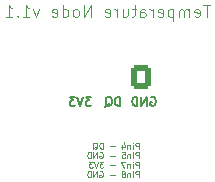
<source format=gbr>
%TF.GenerationSoftware,KiCad,Pcbnew,9.0.1*%
%TF.CreationDate,2026-01-21T10:43:00-08:00*%
%TF.ProjectId,temp_node,74656d70-5f6e-46f6-9465-2e6b69636164,rev?*%
%TF.SameCoordinates,Original*%
%TF.FileFunction,Legend,Bot*%
%TF.FilePolarity,Positive*%
%FSLAX46Y46*%
G04 Gerber Fmt 4.6, Leading zero omitted, Abs format (unit mm)*
G04 Created by KiCad (PCBNEW 9.0.1) date 2026-01-21 10:43:00*
%MOMM*%
%LPD*%
G01*
G04 APERTURE LIST*
G04 Aperture macros list*
%AMRoundRect*
0 Rectangle with rounded corners*
0 $1 Rounding radius*
0 $2 $3 $4 $5 $6 $7 $8 $9 X,Y pos of 4 corners*
0 Add a 4 corners polygon primitive as box body*
4,1,4,$2,$3,$4,$5,$6,$7,$8,$9,$2,$3,0*
0 Add four circle primitives for the rounded corners*
1,1,$1+$1,$2,$3*
1,1,$1+$1,$4,$5*
1,1,$1+$1,$6,$7*
1,1,$1+$1,$8,$9*
0 Add four rect primitives between the rounded corners*
20,1,$1+$1,$2,$3,$4,$5,0*
20,1,$1+$1,$4,$5,$6,$7,0*
20,1,$1+$1,$6,$7,$8,$9,0*
20,1,$1+$1,$8,$9,$2,$3,0*%
G04 Aperture macros list end*
%ADD10C,0.150000*%
%ADD11C,0.100000*%
%ADD12C,2.360000*%
%ADD13RoundRect,0.102000X-0.704000X0.704000X-0.704000X-0.704000X0.704000X-0.704000X0.704000X0.704000X0*%
%ADD14C,1.612000*%
%ADD15C,2.200000*%
%ADD16RoundRect,0.250000X0.600000X0.725000X-0.600000X0.725000X-0.600000X-0.725000X0.600000X-0.725000X0*%
%ADD17O,1.700000X1.950000*%
%ADD18RoundRect,0.102000X0.704000X-0.704000X0.704000X0.704000X-0.704000X0.704000X-0.704000X-0.704000X0*%
G04 APERTURE END LIST*
D10*
X83829887Y-87186128D02*
X83901316Y-87150414D01*
X83901316Y-87150414D02*
X84008458Y-87150414D01*
X84008458Y-87150414D02*
X84115601Y-87186128D01*
X84115601Y-87186128D02*
X84187030Y-87257557D01*
X84187030Y-87257557D02*
X84222744Y-87328985D01*
X84222744Y-87328985D02*
X84258458Y-87471842D01*
X84258458Y-87471842D02*
X84258458Y-87578985D01*
X84258458Y-87578985D02*
X84222744Y-87721842D01*
X84222744Y-87721842D02*
X84187030Y-87793271D01*
X84187030Y-87793271D02*
X84115601Y-87864700D01*
X84115601Y-87864700D02*
X84008458Y-87900414D01*
X84008458Y-87900414D02*
X83937030Y-87900414D01*
X83937030Y-87900414D02*
X83829887Y-87864700D01*
X83829887Y-87864700D02*
X83794173Y-87828985D01*
X83794173Y-87828985D02*
X83794173Y-87578985D01*
X83794173Y-87578985D02*
X83937030Y-87578985D01*
X83472744Y-87900414D02*
X83472744Y-87150414D01*
X83472744Y-87150414D02*
X83044173Y-87900414D01*
X83044173Y-87900414D02*
X83044173Y-87150414D01*
X82687030Y-87900414D02*
X82687030Y-87150414D01*
X82687030Y-87150414D02*
X82508459Y-87150414D01*
X82508459Y-87150414D02*
X82401316Y-87186128D01*
X82401316Y-87186128D02*
X82329887Y-87257557D01*
X82329887Y-87257557D02*
X82294173Y-87328985D01*
X82294173Y-87328985D02*
X82258459Y-87471842D01*
X82258459Y-87471842D02*
X82258459Y-87578985D01*
X82258459Y-87578985D02*
X82294173Y-87721842D01*
X82294173Y-87721842D02*
X82329887Y-87793271D01*
X82329887Y-87793271D02*
X82401316Y-87864700D01*
X82401316Y-87864700D02*
X82508459Y-87900414D01*
X82508459Y-87900414D02*
X82687030Y-87900414D01*
D11*
X82815163Y-91518693D02*
X82815163Y-91018693D01*
X82815163Y-91018693D02*
X82624687Y-91018693D01*
X82624687Y-91018693D02*
X82577068Y-91042503D01*
X82577068Y-91042503D02*
X82553258Y-91066312D01*
X82553258Y-91066312D02*
X82529449Y-91113931D01*
X82529449Y-91113931D02*
X82529449Y-91185360D01*
X82529449Y-91185360D02*
X82553258Y-91232979D01*
X82553258Y-91232979D02*
X82577068Y-91256788D01*
X82577068Y-91256788D02*
X82624687Y-91280598D01*
X82624687Y-91280598D02*
X82815163Y-91280598D01*
X82315163Y-91518693D02*
X82315163Y-91185360D01*
X82315163Y-91018693D02*
X82338972Y-91042503D01*
X82338972Y-91042503D02*
X82315163Y-91066312D01*
X82315163Y-91066312D02*
X82291353Y-91042503D01*
X82291353Y-91042503D02*
X82315163Y-91018693D01*
X82315163Y-91018693D02*
X82315163Y-91066312D01*
X82077068Y-91185360D02*
X82077068Y-91518693D01*
X82077068Y-91232979D02*
X82053258Y-91209169D01*
X82053258Y-91209169D02*
X82005639Y-91185360D01*
X82005639Y-91185360D02*
X81934211Y-91185360D01*
X81934211Y-91185360D02*
X81886592Y-91209169D01*
X81886592Y-91209169D02*
X81862782Y-91256788D01*
X81862782Y-91256788D02*
X81862782Y-91518693D01*
X81410401Y-91185360D02*
X81410401Y-91518693D01*
X81529449Y-90994884D02*
X81648496Y-91352026D01*
X81648496Y-91352026D02*
X81338973Y-91352026D01*
X80767545Y-91328217D02*
X80386593Y-91328217D01*
X79767545Y-91518693D02*
X79767545Y-91018693D01*
X79767545Y-91018693D02*
X79648497Y-91018693D01*
X79648497Y-91018693D02*
X79577069Y-91042503D01*
X79577069Y-91042503D02*
X79529450Y-91090122D01*
X79529450Y-91090122D02*
X79505640Y-91137741D01*
X79505640Y-91137741D02*
X79481831Y-91232979D01*
X79481831Y-91232979D02*
X79481831Y-91304407D01*
X79481831Y-91304407D02*
X79505640Y-91399645D01*
X79505640Y-91399645D02*
X79529450Y-91447264D01*
X79529450Y-91447264D02*
X79577069Y-91494884D01*
X79577069Y-91494884D02*
X79648497Y-91518693D01*
X79648497Y-91518693D02*
X79767545Y-91518693D01*
X78934212Y-91566312D02*
X78981831Y-91542503D01*
X78981831Y-91542503D02*
X79029450Y-91494884D01*
X79029450Y-91494884D02*
X79100878Y-91423455D01*
X79100878Y-91423455D02*
X79148497Y-91399645D01*
X79148497Y-91399645D02*
X79196116Y-91399645D01*
X79172307Y-91518693D02*
X79219926Y-91494884D01*
X79219926Y-91494884D02*
X79267545Y-91447264D01*
X79267545Y-91447264D02*
X79291354Y-91352026D01*
X79291354Y-91352026D02*
X79291354Y-91185360D01*
X79291354Y-91185360D02*
X79267545Y-91090122D01*
X79267545Y-91090122D02*
X79219926Y-91042503D01*
X79219926Y-91042503D02*
X79172307Y-91018693D01*
X79172307Y-91018693D02*
X79077069Y-91018693D01*
X79077069Y-91018693D02*
X79029450Y-91042503D01*
X79029450Y-91042503D02*
X78981831Y-91090122D01*
X78981831Y-91090122D02*
X78958021Y-91185360D01*
X78958021Y-91185360D02*
X78958021Y-91352026D01*
X78958021Y-91352026D02*
X78981831Y-91447264D01*
X78981831Y-91447264D02*
X79029450Y-91494884D01*
X79029450Y-91494884D02*
X79077069Y-91518693D01*
X79077069Y-91518693D02*
X79172307Y-91518693D01*
X82815163Y-92323665D02*
X82815163Y-91823665D01*
X82815163Y-91823665D02*
X82624687Y-91823665D01*
X82624687Y-91823665D02*
X82577068Y-91847475D01*
X82577068Y-91847475D02*
X82553258Y-91871284D01*
X82553258Y-91871284D02*
X82529449Y-91918903D01*
X82529449Y-91918903D02*
X82529449Y-91990332D01*
X82529449Y-91990332D02*
X82553258Y-92037951D01*
X82553258Y-92037951D02*
X82577068Y-92061760D01*
X82577068Y-92061760D02*
X82624687Y-92085570D01*
X82624687Y-92085570D02*
X82815163Y-92085570D01*
X82315163Y-92323665D02*
X82315163Y-91990332D01*
X82315163Y-91823665D02*
X82338972Y-91847475D01*
X82338972Y-91847475D02*
X82315163Y-91871284D01*
X82315163Y-91871284D02*
X82291353Y-91847475D01*
X82291353Y-91847475D02*
X82315163Y-91823665D01*
X82315163Y-91823665D02*
X82315163Y-91871284D01*
X82077068Y-91990332D02*
X82077068Y-92323665D01*
X82077068Y-92037951D02*
X82053258Y-92014141D01*
X82053258Y-92014141D02*
X82005639Y-91990332D01*
X82005639Y-91990332D02*
X81934211Y-91990332D01*
X81934211Y-91990332D02*
X81886592Y-92014141D01*
X81886592Y-92014141D02*
X81862782Y-92061760D01*
X81862782Y-92061760D02*
X81862782Y-92323665D01*
X81386592Y-91823665D02*
X81624687Y-91823665D01*
X81624687Y-91823665D02*
X81648496Y-92061760D01*
X81648496Y-92061760D02*
X81624687Y-92037951D01*
X81624687Y-92037951D02*
X81577068Y-92014141D01*
X81577068Y-92014141D02*
X81458020Y-92014141D01*
X81458020Y-92014141D02*
X81410401Y-92037951D01*
X81410401Y-92037951D02*
X81386592Y-92061760D01*
X81386592Y-92061760D02*
X81362782Y-92109379D01*
X81362782Y-92109379D02*
X81362782Y-92228427D01*
X81362782Y-92228427D02*
X81386592Y-92276046D01*
X81386592Y-92276046D02*
X81410401Y-92299856D01*
X81410401Y-92299856D02*
X81458020Y-92323665D01*
X81458020Y-92323665D02*
X81577068Y-92323665D01*
X81577068Y-92323665D02*
X81624687Y-92299856D01*
X81624687Y-92299856D02*
X81648496Y-92276046D01*
X80767545Y-92133189D02*
X80386593Y-92133189D01*
X79505640Y-91847475D02*
X79553259Y-91823665D01*
X79553259Y-91823665D02*
X79624688Y-91823665D01*
X79624688Y-91823665D02*
X79696116Y-91847475D01*
X79696116Y-91847475D02*
X79743735Y-91895094D01*
X79743735Y-91895094D02*
X79767545Y-91942713D01*
X79767545Y-91942713D02*
X79791354Y-92037951D01*
X79791354Y-92037951D02*
X79791354Y-92109379D01*
X79791354Y-92109379D02*
X79767545Y-92204617D01*
X79767545Y-92204617D02*
X79743735Y-92252236D01*
X79743735Y-92252236D02*
X79696116Y-92299856D01*
X79696116Y-92299856D02*
X79624688Y-92323665D01*
X79624688Y-92323665D02*
X79577069Y-92323665D01*
X79577069Y-92323665D02*
X79505640Y-92299856D01*
X79505640Y-92299856D02*
X79481831Y-92276046D01*
X79481831Y-92276046D02*
X79481831Y-92109379D01*
X79481831Y-92109379D02*
X79577069Y-92109379D01*
X79267545Y-92323665D02*
X79267545Y-91823665D01*
X79267545Y-91823665D02*
X78981831Y-92323665D01*
X78981831Y-92323665D02*
X78981831Y-91823665D01*
X78743735Y-92323665D02*
X78743735Y-91823665D01*
X78743735Y-91823665D02*
X78624687Y-91823665D01*
X78624687Y-91823665D02*
X78553259Y-91847475D01*
X78553259Y-91847475D02*
X78505640Y-91895094D01*
X78505640Y-91895094D02*
X78481830Y-91942713D01*
X78481830Y-91942713D02*
X78458021Y-92037951D01*
X78458021Y-92037951D02*
X78458021Y-92109379D01*
X78458021Y-92109379D02*
X78481830Y-92204617D01*
X78481830Y-92204617D02*
X78505640Y-92252236D01*
X78505640Y-92252236D02*
X78553259Y-92299856D01*
X78553259Y-92299856D02*
X78624687Y-92323665D01*
X78624687Y-92323665D02*
X78743735Y-92323665D01*
X82815163Y-93128637D02*
X82815163Y-92628637D01*
X82815163Y-92628637D02*
X82624687Y-92628637D01*
X82624687Y-92628637D02*
X82577068Y-92652447D01*
X82577068Y-92652447D02*
X82553258Y-92676256D01*
X82553258Y-92676256D02*
X82529449Y-92723875D01*
X82529449Y-92723875D02*
X82529449Y-92795304D01*
X82529449Y-92795304D02*
X82553258Y-92842923D01*
X82553258Y-92842923D02*
X82577068Y-92866732D01*
X82577068Y-92866732D02*
X82624687Y-92890542D01*
X82624687Y-92890542D02*
X82815163Y-92890542D01*
X82315163Y-93128637D02*
X82315163Y-92795304D01*
X82315163Y-92628637D02*
X82338972Y-92652447D01*
X82338972Y-92652447D02*
X82315163Y-92676256D01*
X82315163Y-92676256D02*
X82291353Y-92652447D01*
X82291353Y-92652447D02*
X82315163Y-92628637D01*
X82315163Y-92628637D02*
X82315163Y-92676256D01*
X82077068Y-92795304D02*
X82077068Y-93128637D01*
X82077068Y-92842923D02*
X82053258Y-92819113D01*
X82053258Y-92819113D02*
X82005639Y-92795304D01*
X82005639Y-92795304D02*
X81934211Y-92795304D01*
X81934211Y-92795304D02*
X81886592Y-92819113D01*
X81886592Y-92819113D02*
X81862782Y-92866732D01*
X81862782Y-92866732D02*
X81862782Y-93128637D01*
X81672306Y-92628637D02*
X81338973Y-92628637D01*
X81338973Y-92628637D02*
X81553258Y-93128637D01*
X80767545Y-92938161D02*
X80386593Y-92938161D01*
X79815164Y-92628637D02*
X79505640Y-92628637D01*
X79505640Y-92628637D02*
X79672307Y-92819113D01*
X79672307Y-92819113D02*
X79600878Y-92819113D01*
X79600878Y-92819113D02*
X79553259Y-92842923D01*
X79553259Y-92842923D02*
X79529450Y-92866732D01*
X79529450Y-92866732D02*
X79505640Y-92914351D01*
X79505640Y-92914351D02*
X79505640Y-93033399D01*
X79505640Y-93033399D02*
X79529450Y-93081018D01*
X79529450Y-93081018D02*
X79553259Y-93104828D01*
X79553259Y-93104828D02*
X79600878Y-93128637D01*
X79600878Y-93128637D02*
X79743735Y-93128637D01*
X79743735Y-93128637D02*
X79791354Y-93104828D01*
X79791354Y-93104828D02*
X79815164Y-93081018D01*
X79362783Y-92628637D02*
X79196117Y-93128637D01*
X79196117Y-93128637D02*
X79029450Y-92628637D01*
X78910403Y-92628637D02*
X78600879Y-92628637D01*
X78600879Y-92628637D02*
X78767546Y-92819113D01*
X78767546Y-92819113D02*
X78696117Y-92819113D01*
X78696117Y-92819113D02*
X78648498Y-92842923D01*
X78648498Y-92842923D02*
X78624689Y-92866732D01*
X78624689Y-92866732D02*
X78600879Y-92914351D01*
X78600879Y-92914351D02*
X78600879Y-93033399D01*
X78600879Y-93033399D02*
X78624689Y-93081018D01*
X78624689Y-93081018D02*
X78648498Y-93104828D01*
X78648498Y-93104828D02*
X78696117Y-93128637D01*
X78696117Y-93128637D02*
X78838974Y-93128637D01*
X78838974Y-93128637D02*
X78886593Y-93104828D01*
X78886593Y-93104828D02*
X78910403Y-93081018D01*
X82815163Y-93933609D02*
X82815163Y-93433609D01*
X82815163Y-93433609D02*
X82624687Y-93433609D01*
X82624687Y-93433609D02*
X82577068Y-93457419D01*
X82577068Y-93457419D02*
X82553258Y-93481228D01*
X82553258Y-93481228D02*
X82529449Y-93528847D01*
X82529449Y-93528847D02*
X82529449Y-93600276D01*
X82529449Y-93600276D02*
X82553258Y-93647895D01*
X82553258Y-93647895D02*
X82577068Y-93671704D01*
X82577068Y-93671704D02*
X82624687Y-93695514D01*
X82624687Y-93695514D02*
X82815163Y-93695514D01*
X82315163Y-93933609D02*
X82315163Y-93600276D01*
X82315163Y-93433609D02*
X82338972Y-93457419D01*
X82338972Y-93457419D02*
X82315163Y-93481228D01*
X82315163Y-93481228D02*
X82291353Y-93457419D01*
X82291353Y-93457419D02*
X82315163Y-93433609D01*
X82315163Y-93433609D02*
X82315163Y-93481228D01*
X82077068Y-93600276D02*
X82077068Y-93933609D01*
X82077068Y-93647895D02*
X82053258Y-93624085D01*
X82053258Y-93624085D02*
X82005639Y-93600276D01*
X82005639Y-93600276D02*
X81934211Y-93600276D01*
X81934211Y-93600276D02*
X81886592Y-93624085D01*
X81886592Y-93624085D02*
X81862782Y-93671704D01*
X81862782Y-93671704D02*
X81862782Y-93933609D01*
X81553258Y-93647895D02*
X81600877Y-93624085D01*
X81600877Y-93624085D02*
X81624687Y-93600276D01*
X81624687Y-93600276D02*
X81648496Y-93552657D01*
X81648496Y-93552657D02*
X81648496Y-93528847D01*
X81648496Y-93528847D02*
X81624687Y-93481228D01*
X81624687Y-93481228D02*
X81600877Y-93457419D01*
X81600877Y-93457419D02*
X81553258Y-93433609D01*
X81553258Y-93433609D02*
X81458020Y-93433609D01*
X81458020Y-93433609D02*
X81410401Y-93457419D01*
X81410401Y-93457419D02*
X81386592Y-93481228D01*
X81386592Y-93481228D02*
X81362782Y-93528847D01*
X81362782Y-93528847D02*
X81362782Y-93552657D01*
X81362782Y-93552657D02*
X81386592Y-93600276D01*
X81386592Y-93600276D02*
X81410401Y-93624085D01*
X81410401Y-93624085D02*
X81458020Y-93647895D01*
X81458020Y-93647895D02*
X81553258Y-93647895D01*
X81553258Y-93647895D02*
X81600877Y-93671704D01*
X81600877Y-93671704D02*
X81624687Y-93695514D01*
X81624687Y-93695514D02*
X81648496Y-93743133D01*
X81648496Y-93743133D02*
X81648496Y-93838371D01*
X81648496Y-93838371D02*
X81624687Y-93885990D01*
X81624687Y-93885990D02*
X81600877Y-93909800D01*
X81600877Y-93909800D02*
X81553258Y-93933609D01*
X81553258Y-93933609D02*
X81458020Y-93933609D01*
X81458020Y-93933609D02*
X81410401Y-93909800D01*
X81410401Y-93909800D02*
X81386592Y-93885990D01*
X81386592Y-93885990D02*
X81362782Y-93838371D01*
X81362782Y-93838371D02*
X81362782Y-93743133D01*
X81362782Y-93743133D02*
X81386592Y-93695514D01*
X81386592Y-93695514D02*
X81410401Y-93671704D01*
X81410401Y-93671704D02*
X81458020Y-93647895D01*
X80767545Y-93743133D02*
X80386593Y-93743133D01*
X79505640Y-93457419D02*
X79553259Y-93433609D01*
X79553259Y-93433609D02*
X79624688Y-93433609D01*
X79624688Y-93433609D02*
X79696116Y-93457419D01*
X79696116Y-93457419D02*
X79743735Y-93505038D01*
X79743735Y-93505038D02*
X79767545Y-93552657D01*
X79767545Y-93552657D02*
X79791354Y-93647895D01*
X79791354Y-93647895D02*
X79791354Y-93719323D01*
X79791354Y-93719323D02*
X79767545Y-93814561D01*
X79767545Y-93814561D02*
X79743735Y-93862180D01*
X79743735Y-93862180D02*
X79696116Y-93909800D01*
X79696116Y-93909800D02*
X79624688Y-93933609D01*
X79624688Y-93933609D02*
X79577069Y-93933609D01*
X79577069Y-93933609D02*
X79505640Y-93909800D01*
X79505640Y-93909800D02*
X79481831Y-93885990D01*
X79481831Y-93885990D02*
X79481831Y-93719323D01*
X79481831Y-93719323D02*
X79577069Y-93719323D01*
X79267545Y-93933609D02*
X79267545Y-93433609D01*
X79267545Y-93433609D02*
X78981831Y-93933609D01*
X78981831Y-93933609D02*
X78981831Y-93433609D01*
X78743735Y-93933609D02*
X78743735Y-93433609D01*
X78743735Y-93433609D02*
X78624687Y-93433609D01*
X78624687Y-93433609D02*
X78553259Y-93457419D01*
X78553259Y-93457419D02*
X78505640Y-93505038D01*
X78505640Y-93505038D02*
X78481830Y-93552657D01*
X78481830Y-93552657D02*
X78458021Y-93647895D01*
X78458021Y-93647895D02*
X78458021Y-93719323D01*
X78458021Y-93719323D02*
X78481830Y-93814561D01*
X78481830Y-93814561D02*
X78505640Y-93862180D01*
X78505640Y-93862180D02*
X78553259Y-93909800D01*
X78553259Y-93909800D02*
X78624687Y-93933609D01*
X78624687Y-93933609D02*
X78743735Y-93933609D01*
D10*
X81222744Y-87900414D02*
X81222744Y-87150414D01*
X81222744Y-87150414D02*
X81044173Y-87150414D01*
X81044173Y-87150414D02*
X80937030Y-87186128D01*
X80937030Y-87186128D02*
X80865601Y-87257557D01*
X80865601Y-87257557D02*
X80829887Y-87328985D01*
X80829887Y-87328985D02*
X80794173Y-87471842D01*
X80794173Y-87471842D02*
X80794173Y-87578985D01*
X80794173Y-87578985D02*
X80829887Y-87721842D01*
X80829887Y-87721842D02*
X80865601Y-87793271D01*
X80865601Y-87793271D02*
X80937030Y-87864700D01*
X80937030Y-87864700D02*
X81044173Y-87900414D01*
X81044173Y-87900414D02*
X81222744Y-87900414D01*
X79972744Y-87971842D02*
X80044173Y-87936128D01*
X80044173Y-87936128D02*
X80115601Y-87864700D01*
X80115601Y-87864700D02*
X80222744Y-87757557D01*
X80222744Y-87757557D02*
X80294173Y-87721842D01*
X80294173Y-87721842D02*
X80365601Y-87721842D01*
X80329887Y-87900414D02*
X80401316Y-87864700D01*
X80401316Y-87864700D02*
X80472744Y-87793271D01*
X80472744Y-87793271D02*
X80508458Y-87650414D01*
X80508458Y-87650414D02*
X80508458Y-87400414D01*
X80508458Y-87400414D02*
X80472744Y-87257557D01*
X80472744Y-87257557D02*
X80401316Y-87186128D01*
X80401316Y-87186128D02*
X80329887Y-87150414D01*
X80329887Y-87150414D02*
X80187030Y-87150414D01*
X80187030Y-87150414D02*
X80115601Y-87186128D01*
X80115601Y-87186128D02*
X80044173Y-87257557D01*
X80044173Y-87257557D02*
X80008458Y-87400414D01*
X80008458Y-87400414D02*
X80008458Y-87650414D01*
X80008458Y-87650414D02*
X80044173Y-87793271D01*
X80044173Y-87793271D02*
X80115601Y-87864700D01*
X80115601Y-87864700D02*
X80187030Y-87900414D01*
X80187030Y-87900414D02*
X80329887Y-87900414D01*
X78794173Y-87150414D02*
X78329887Y-87150414D01*
X78329887Y-87150414D02*
X78579887Y-87436128D01*
X78579887Y-87436128D02*
X78472744Y-87436128D01*
X78472744Y-87436128D02*
X78401316Y-87471842D01*
X78401316Y-87471842D02*
X78365601Y-87507557D01*
X78365601Y-87507557D02*
X78329887Y-87578985D01*
X78329887Y-87578985D02*
X78329887Y-87757557D01*
X78329887Y-87757557D02*
X78365601Y-87828985D01*
X78365601Y-87828985D02*
X78401316Y-87864700D01*
X78401316Y-87864700D02*
X78472744Y-87900414D01*
X78472744Y-87900414D02*
X78687030Y-87900414D01*
X78687030Y-87900414D02*
X78758458Y-87864700D01*
X78758458Y-87864700D02*
X78794173Y-87828985D01*
X78115601Y-87150414D02*
X77865601Y-87900414D01*
X77865601Y-87900414D02*
X77615601Y-87150414D01*
X77437030Y-87150414D02*
X76972744Y-87150414D01*
X76972744Y-87150414D02*
X77222744Y-87436128D01*
X77222744Y-87436128D02*
X77115601Y-87436128D01*
X77115601Y-87436128D02*
X77044173Y-87471842D01*
X77044173Y-87471842D02*
X77008458Y-87507557D01*
X77008458Y-87507557D02*
X76972744Y-87578985D01*
X76972744Y-87578985D02*
X76972744Y-87757557D01*
X76972744Y-87757557D02*
X77008458Y-87828985D01*
X77008458Y-87828985D02*
X77044173Y-87864700D01*
X77044173Y-87864700D02*
X77115601Y-87900414D01*
X77115601Y-87900414D02*
X77329887Y-87900414D01*
X77329887Y-87900414D02*
X77401315Y-87864700D01*
X77401315Y-87864700D02*
X77437030Y-87828985D01*
D11*
X88838972Y-79372419D02*
X88267544Y-79372419D01*
X88553258Y-80372419D02*
X88553258Y-79372419D01*
X87553258Y-80324800D02*
X87648496Y-80372419D01*
X87648496Y-80372419D02*
X87838972Y-80372419D01*
X87838972Y-80372419D02*
X87934210Y-80324800D01*
X87934210Y-80324800D02*
X87981829Y-80229561D01*
X87981829Y-80229561D02*
X87981829Y-79848609D01*
X87981829Y-79848609D02*
X87934210Y-79753371D01*
X87934210Y-79753371D02*
X87838972Y-79705752D01*
X87838972Y-79705752D02*
X87648496Y-79705752D01*
X87648496Y-79705752D02*
X87553258Y-79753371D01*
X87553258Y-79753371D02*
X87505639Y-79848609D01*
X87505639Y-79848609D02*
X87505639Y-79943847D01*
X87505639Y-79943847D02*
X87981829Y-80039085D01*
X87077067Y-80372419D02*
X87077067Y-79705752D01*
X87077067Y-79800990D02*
X87029448Y-79753371D01*
X87029448Y-79753371D02*
X86934210Y-79705752D01*
X86934210Y-79705752D02*
X86791353Y-79705752D01*
X86791353Y-79705752D02*
X86696115Y-79753371D01*
X86696115Y-79753371D02*
X86648496Y-79848609D01*
X86648496Y-79848609D02*
X86648496Y-80372419D01*
X86648496Y-79848609D02*
X86600877Y-79753371D01*
X86600877Y-79753371D02*
X86505639Y-79705752D01*
X86505639Y-79705752D02*
X86362782Y-79705752D01*
X86362782Y-79705752D02*
X86267543Y-79753371D01*
X86267543Y-79753371D02*
X86219924Y-79848609D01*
X86219924Y-79848609D02*
X86219924Y-80372419D01*
X85743734Y-79705752D02*
X85743734Y-80705752D01*
X85743734Y-79753371D02*
X85648496Y-79705752D01*
X85648496Y-79705752D02*
X85458020Y-79705752D01*
X85458020Y-79705752D02*
X85362782Y-79753371D01*
X85362782Y-79753371D02*
X85315163Y-79800990D01*
X85315163Y-79800990D02*
X85267544Y-79896228D01*
X85267544Y-79896228D02*
X85267544Y-80181942D01*
X85267544Y-80181942D02*
X85315163Y-80277180D01*
X85315163Y-80277180D02*
X85362782Y-80324800D01*
X85362782Y-80324800D02*
X85458020Y-80372419D01*
X85458020Y-80372419D02*
X85648496Y-80372419D01*
X85648496Y-80372419D02*
X85743734Y-80324800D01*
X84458020Y-80324800D02*
X84553258Y-80372419D01*
X84553258Y-80372419D02*
X84743734Y-80372419D01*
X84743734Y-80372419D02*
X84838972Y-80324800D01*
X84838972Y-80324800D02*
X84886591Y-80229561D01*
X84886591Y-80229561D02*
X84886591Y-79848609D01*
X84886591Y-79848609D02*
X84838972Y-79753371D01*
X84838972Y-79753371D02*
X84743734Y-79705752D01*
X84743734Y-79705752D02*
X84553258Y-79705752D01*
X84553258Y-79705752D02*
X84458020Y-79753371D01*
X84458020Y-79753371D02*
X84410401Y-79848609D01*
X84410401Y-79848609D02*
X84410401Y-79943847D01*
X84410401Y-79943847D02*
X84886591Y-80039085D01*
X83981829Y-80372419D02*
X83981829Y-79705752D01*
X83981829Y-79896228D02*
X83934210Y-79800990D01*
X83934210Y-79800990D02*
X83886591Y-79753371D01*
X83886591Y-79753371D02*
X83791353Y-79705752D01*
X83791353Y-79705752D02*
X83696115Y-79705752D01*
X82934210Y-80372419D02*
X82934210Y-79848609D01*
X82934210Y-79848609D02*
X82981829Y-79753371D01*
X82981829Y-79753371D02*
X83077067Y-79705752D01*
X83077067Y-79705752D02*
X83267543Y-79705752D01*
X83267543Y-79705752D02*
X83362781Y-79753371D01*
X82934210Y-80324800D02*
X83029448Y-80372419D01*
X83029448Y-80372419D02*
X83267543Y-80372419D01*
X83267543Y-80372419D02*
X83362781Y-80324800D01*
X83362781Y-80324800D02*
X83410400Y-80229561D01*
X83410400Y-80229561D02*
X83410400Y-80134323D01*
X83410400Y-80134323D02*
X83362781Y-80039085D01*
X83362781Y-80039085D02*
X83267543Y-79991466D01*
X83267543Y-79991466D02*
X83029448Y-79991466D01*
X83029448Y-79991466D02*
X82934210Y-79943847D01*
X82600876Y-79705752D02*
X82219924Y-79705752D01*
X82458019Y-79372419D02*
X82458019Y-80229561D01*
X82458019Y-80229561D02*
X82410400Y-80324800D01*
X82410400Y-80324800D02*
X82315162Y-80372419D01*
X82315162Y-80372419D02*
X82219924Y-80372419D01*
X81458019Y-79705752D02*
X81458019Y-80372419D01*
X81886590Y-79705752D02*
X81886590Y-80229561D01*
X81886590Y-80229561D02*
X81838971Y-80324800D01*
X81838971Y-80324800D02*
X81743733Y-80372419D01*
X81743733Y-80372419D02*
X81600876Y-80372419D01*
X81600876Y-80372419D02*
X81505638Y-80324800D01*
X81505638Y-80324800D02*
X81458019Y-80277180D01*
X80981828Y-80372419D02*
X80981828Y-79705752D01*
X80981828Y-79896228D02*
X80934209Y-79800990D01*
X80934209Y-79800990D02*
X80886590Y-79753371D01*
X80886590Y-79753371D02*
X80791352Y-79705752D01*
X80791352Y-79705752D02*
X80696114Y-79705752D01*
X79981828Y-80324800D02*
X80077066Y-80372419D01*
X80077066Y-80372419D02*
X80267542Y-80372419D01*
X80267542Y-80372419D02*
X80362780Y-80324800D01*
X80362780Y-80324800D02*
X80410399Y-80229561D01*
X80410399Y-80229561D02*
X80410399Y-79848609D01*
X80410399Y-79848609D02*
X80362780Y-79753371D01*
X80362780Y-79753371D02*
X80267542Y-79705752D01*
X80267542Y-79705752D02*
X80077066Y-79705752D01*
X80077066Y-79705752D02*
X79981828Y-79753371D01*
X79981828Y-79753371D02*
X79934209Y-79848609D01*
X79934209Y-79848609D02*
X79934209Y-79943847D01*
X79934209Y-79943847D02*
X80410399Y-80039085D01*
X78743732Y-80372419D02*
X78743732Y-79372419D01*
X78743732Y-79372419D02*
X78172304Y-80372419D01*
X78172304Y-80372419D02*
X78172304Y-79372419D01*
X77553256Y-80372419D02*
X77648494Y-80324800D01*
X77648494Y-80324800D02*
X77696113Y-80277180D01*
X77696113Y-80277180D02*
X77743732Y-80181942D01*
X77743732Y-80181942D02*
X77743732Y-79896228D01*
X77743732Y-79896228D02*
X77696113Y-79800990D01*
X77696113Y-79800990D02*
X77648494Y-79753371D01*
X77648494Y-79753371D02*
X77553256Y-79705752D01*
X77553256Y-79705752D02*
X77410399Y-79705752D01*
X77410399Y-79705752D02*
X77315161Y-79753371D01*
X77315161Y-79753371D02*
X77267542Y-79800990D01*
X77267542Y-79800990D02*
X77219923Y-79896228D01*
X77219923Y-79896228D02*
X77219923Y-80181942D01*
X77219923Y-80181942D02*
X77267542Y-80277180D01*
X77267542Y-80277180D02*
X77315161Y-80324800D01*
X77315161Y-80324800D02*
X77410399Y-80372419D01*
X77410399Y-80372419D02*
X77553256Y-80372419D01*
X76362780Y-80372419D02*
X76362780Y-79372419D01*
X76362780Y-80324800D02*
X76458018Y-80372419D01*
X76458018Y-80372419D02*
X76648494Y-80372419D01*
X76648494Y-80372419D02*
X76743732Y-80324800D01*
X76743732Y-80324800D02*
X76791351Y-80277180D01*
X76791351Y-80277180D02*
X76838970Y-80181942D01*
X76838970Y-80181942D02*
X76838970Y-79896228D01*
X76838970Y-79896228D02*
X76791351Y-79800990D01*
X76791351Y-79800990D02*
X76743732Y-79753371D01*
X76743732Y-79753371D02*
X76648494Y-79705752D01*
X76648494Y-79705752D02*
X76458018Y-79705752D01*
X76458018Y-79705752D02*
X76362780Y-79753371D01*
X75505637Y-80324800D02*
X75600875Y-80372419D01*
X75600875Y-80372419D02*
X75791351Y-80372419D01*
X75791351Y-80372419D02*
X75886589Y-80324800D01*
X75886589Y-80324800D02*
X75934208Y-80229561D01*
X75934208Y-80229561D02*
X75934208Y-79848609D01*
X75934208Y-79848609D02*
X75886589Y-79753371D01*
X75886589Y-79753371D02*
X75791351Y-79705752D01*
X75791351Y-79705752D02*
X75600875Y-79705752D01*
X75600875Y-79705752D02*
X75505637Y-79753371D01*
X75505637Y-79753371D02*
X75458018Y-79848609D01*
X75458018Y-79848609D02*
X75458018Y-79943847D01*
X75458018Y-79943847D02*
X75934208Y-80039085D01*
X74362779Y-79705752D02*
X74124684Y-80372419D01*
X74124684Y-80372419D02*
X73886589Y-79705752D01*
X72981827Y-80372419D02*
X73553255Y-80372419D01*
X73267541Y-80372419D02*
X73267541Y-79372419D01*
X73267541Y-79372419D02*
X73362779Y-79515276D01*
X73362779Y-79515276D02*
X73458017Y-79610514D01*
X73458017Y-79610514D02*
X73553255Y-79658133D01*
X72553255Y-80277180D02*
X72505636Y-80324800D01*
X72505636Y-80324800D02*
X72553255Y-80372419D01*
X72553255Y-80372419D02*
X72600874Y-80324800D01*
X72600874Y-80324800D02*
X72553255Y-80277180D01*
X72553255Y-80277180D02*
X72553255Y-80372419D01*
X71553256Y-80372419D02*
X72124684Y-80372419D01*
X71838970Y-80372419D02*
X71838970Y-79372419D01*
X71838970Y-79372419D02*
X71934208Y-79515276D01*
X71934208Y-79515276D02*
X72029446Y-79610514D01*
X72029446Y-79610514D02*
X72124684Y-79658133D01*
%LPC*%
D12*
%TO.C,J1*%
X67160000Y-81000000D03*
X67160000Y-96000000D03*
D13*
X69460000Y-92070000D03*
D14*
X72000000Y-91050000D03*
X69460000Y-90030000D03*
X72000000Y-89010000D03*
X69460000Y-87990000D03*
X72000000Y-86970000D03*
X69460000Y-85950000D03*
X72000000Y-84930000D03*
%TD*%
D15*
%TO.C,H0*%
X84000000Y-96500000D03*
%TD*%
%TO.C,H1*%
X77000000Y-96500000D03*
%TD*%
D16*
%TO.C,J2*%
X83000000Y-85500000D03*
D17*
X80500000Y-85500000D03*
X78000000Y-85500000D03*
%TD*%
D12*
%TO.C,J3*%
X93840000Y-96000000D03*
X93840000Y-81000000D03*
D18*
X91540000Y-84930000D03*
D14*
X89000000Y-85950000D03*
X91540000Y-86970000D03*
X89000000Y-87990000D03*
X91540000Y-89010000D03*
X89000000Y-90030000D03*
X91540000Y-91050000D03*
X89000000Y-92070000D03*
%TD*%
%LPD*%
M02*

</source>
